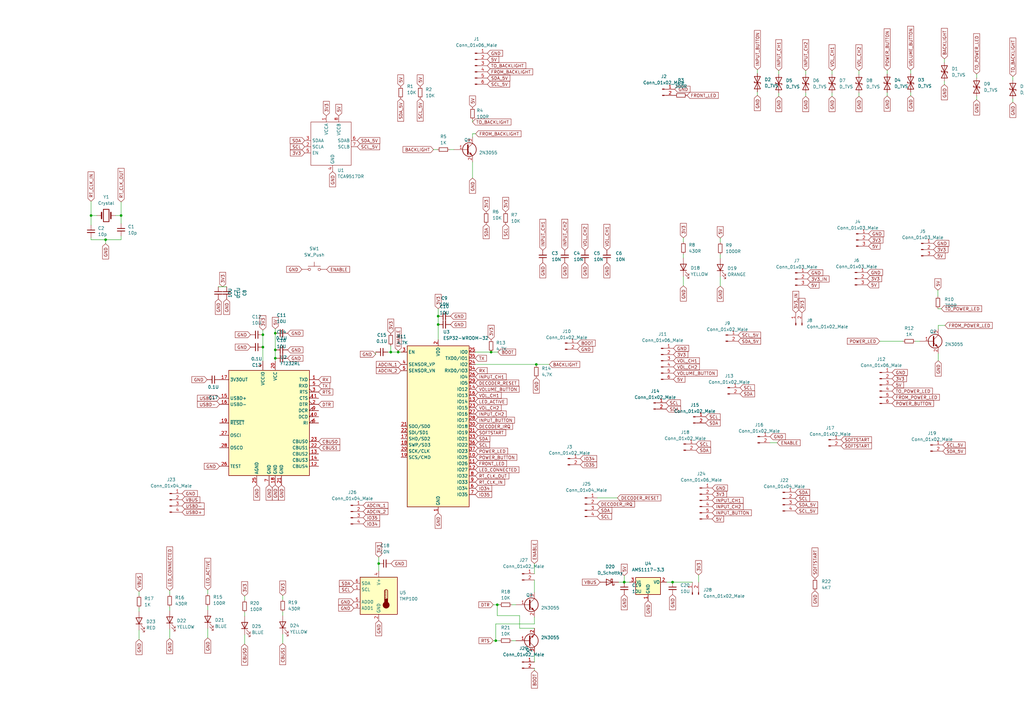
<source format=kicad_sch>
(kicad_sch (version 20230121) (generator eeschema)
  (paper "A3")
  (junction (at 203.327 262.763))
  (junction (at 201.422 144.399))
  (junction (at 179.705 129.667))
  (junction (at 112.903 146.939))
  (junction (at 107.823 137.287))
  (junction (at 160.274 144.399))
  (junction (at 155.321 231.14))
  (junction (at 163.322 144.399))
  (junction (at 219.964 149.479))
  (junction (at 179.705 133.096))
  (junction (at 43.307 98.298))
  (junction (at 49.657 88.392))
  (junction (at 107.823 142.367))
  (junction (at 112.903 143.51))
  (junction (at 112.903 136.652))
  (junction (at 275.844 238.76))
  (junction (at 256.032 238.76))
  (junction (at 203.962 248.031))
  (junction (at 37.338 88.392))
  (wire (pts (xy 256.032 236.093) (xy 256.032 238.76)))
  (wire (pts (xy 115.951 263.906) (xy 115.951 260.096)))
  (wire (pts (xy 428.244 41.783) (xy 428.244 40.386)))
  (wire (pts (xy 441.325 65.786) (xy 441.325 67.31)))
  (wire (pts (xy 213.106 257.683) (xy 213.106 252.476)))
  (wire (pts (xy 160.274 144.399) (xy 163.322 144.399)))
  (wire (pts (xy 352.298 28.956) (xy 352.298 30.48)))
  (wire (pts (xy 275.844 238.76) (xy 283.972 238.76)))
  (wire (pts (xy 179.705 126.619) (xy 179.705 129.667)))
  (wire (pts (xy 341.249 39.497) (xy 341.249 38.1)))
  (wire (pts (xy 155.321 228.473) (xy 155.321 231.14)))
  (wire (pts (xy 400.558 30.353) (xy 400.558 31.877)))
  (wire (pts (xy 37.338 97.409) (xy 37.338 98.298)))
  (wire (pts (xy 49.657 96.774) (xy 49.657 98.298)))
  (wire (pts (xy 450.85 31.75) (xy 450.85 33.274)))
  (wire (pts (xy 100.33 246.126) (xy 100.33 244.475)))
  (wire (pts (xy 112.903 136.652) (xy 112.903 143.51)))
  (wire (pts (xy 193.802 50.038) (xy 193.802 49.149)))
  (wire (pts (xy 387.35 34.671) (xy 387.35 33.274)))
  (wire (pts (xy 384.81 145.034) (xy 384.81 147.955)))
  (wire (pts (xy 37.338 88.392) (xy 39.751 88.392)))
  (wire (pts (xy 384.683 118.999) (xy 384.683 121.539)))
  (wire (pts (xy 92.964 117.602) (xy 89.535 117.602)))
  (wire (pts (xy 219.202 231.14) (xy 219.202 235.331)))
  (wire (pts (xy 107.823 137.287) (xy 107.823 142.367)))
  (wire (pts (xy 219.964 149.86) (xy 219.964 149.479)))
  (wire (pts (xy 115.951 252.476) (xy 115.951 250.952)))
  (wire (pts (xy 225.298 149.479) (xy 219.964 149.479)))
  (wire (pts (xy 193.802 66.421) (xy 193.802 73.025)))
  (wire (pts (xy 85.217 261.62) (xy 85.217 257.81)))
  (wire (pts (xy 387.35 24.13) (xy 387.35 25.654)))
  (wire (pts (xy 100.33 264.16) (xy 100.33 260.35)))
  (wire (pts (xy 280.289 99.187) (xy 280.289 97.536)))
  (wire (pts (xy 100.33 252.73) (xy 100.33 251.206)))
  (wire (pts (xy 203.327 255.905) (xy 219.202 255.905)))
  (wire (pts (xy 219.202 237.871) (xy 219.202 242.951)))
  (wire (pts (xy 43.307 99.949) (xy 43.307 98.298)))
  (wire (pts (xy 155.321 231.14) (xy 155.321 234.188)))
  (wire (pts (xy 69.596 250.444) (xy 69.596 248.92)))
  (wire (pts (xy 384.81 133.477) (xy 384.81 134.874)))
  (wire (pts (xy 203.962 248.031) (xy 204.851 248.031)))
  (wire (pts (xy 209.931 248.031) (xy 211.582 248.031)))
  (wire (pts (xy 258.191 238.76) (xy 256.032 238.76)))
  (wire (pts (xy 43.307 98.298) (xy 37.338 98.298)))
  (wire (pts (xy 49.657 91.694) (xy 49.657 88.392)))
  (wire (pts (xy 107.823 135.382) (xy 107.823 137.287)))
  (wire (pts (xy 193.802 56.261) (xy 193.802 54.864)))
  (wire (pts (xy 85.217 243.586) (xy 85.217 241.935)))
  (wire (pts (xy 373.507 39.243) (xy 373.507 37.846)))
  (wire (pts (xy 203.962 248.031) (xy 203.962 252.476)))
  (wire (pts (xy 159.131 144.399) (xy 160.274 144.399)))
  (wire (pts (xy 37.338 88.392) (xy 37.338 82.55)))
  (wire (pts (xy 465.963 76.581) (xy 465.963 75.184)))
  (wire (pts (xy 415.417 31.369) (xy 415.417 32.893)))
  (wire (pts (xy 115.951 245.872) (xy 115.951 244.221)))
  (wire (pts (xy 286.512 235.839) (xy 286.512 238.76)))
  (wire (pts (xy 352.298 39.497) (xy 352.298 38.1)))
  (wire (pts (xy 112.903 143.51) (xy 112.903 146.939)))
  (wire (pts (xy 219.964 149.479) (xy 194.945 149.479)))
  (wire (pts (xy 179.705 133.096) (xy 179.705 139.319)))
  (wire (pts (xy 373.507 28.702) (xy 373.507 30.226)))
  (wire (pts (xy 330.454 39.497) (xy 330.454 38.1)))
  (wire (pts (xy 69.596 243.84) (xy 69.596 242.189)))
  (wire (pts (xy 275.844 238.76) (xy 273.431 238.76)))
  (wire (pts (xy 219.202 253.111) (xy 219.202 255.905)))
  (wire (pts (xy 160.274 141.859) (xy 160.274 144.399)))
  (wire (pts (xy 203.327 262.763) (xy 204.851 262.763)))
  (wire (pts (xy 85.217 250.19) (xy 85.217 248.666)))
  (wire (pts (xy 219.202 271.526) (xy 219.202 267.843)))
  (wire (pts (xy 49.657 88.392) (xy 49.657 82.804)))
  (wire (pts (xy 193.802 54.864) (xy 195.072 54.864)))
  (wire (pts (xy 319.405 28.956) (xy 319.405 30.48)))
  (wire (pts (xy 57.023 262.255) (xy 57.023 258.445)))
  (wire (pts (xy 202.311 262.763) (xy 203.327 262.763)))
  (wire (pts (xy 428.244 31.242) (xy 428.244 32.766)))
  (wire (pts (xy 315.849 181.61) (xy 318.77 181.61)))
  (wire (pts (xy 154.051 145.288) (xy 154.051 144.399)))
  (wire (pts (xy 112.903 146.939) (xy 112.903 148.082)))
  (wire (pts (xy 330.454 28.956) (xy 330.454 30.48)))
  (wire (pts (xy 295.402 105.918) (xy 295.402 104.394)))
  (wire (pts (xy 256.032 238.76) (xy 253.746 238.76)))
  (wire (pts (xy 363.855 28.829) (xy 363.855 30.353)))
  (wire (pts (xy 439.674 31.496) (xy 439.674 33.02)))
  (wire (pts (xy 203.327 255.905) (xy 203.327 262.763)))
  (wire (pts (xy 465.963 66.04) (xy 465.963 67.564)))
  (wire (pts (xy 280.289 105.791) (xy 280.289 104.267)))
  (wire (pts (xy 295.402 117.348) (xy 295.402 113.538)))
  (wire (pts (xy 201.422 144.399) (xy 194.945 144.399)))
  (wire (pts (xy 177.8 61.341) (xy 179.324 61.341)))
  (wire (pts (xy 384.81 133.477) (xy 387.604 133.477)))
  (wire (pts (xy 441.325 76.327) (xy 441.325 74.93)))
  (wire (pts (xy 375.412 139.954) (xy 377.19 139.954)))
  (wire (pts (xy 280.289 117.221) (xy 280.289 113.411)))
  (wire (pts (xy 57.023 244.221) (xy 57.023 242.57)))
  (wire (pts (xy 310.642 39.116) (xy 310.642 37.719)))
  (wire (pts (xy 202.311 248.031) (xy 203.962 248.031)))
  (wire (pts (xy 450.85 42.291) (xy 450.85 40.894)))
  (wire (pts (xy 107.823 142.367) (xy 107.823 148.082)))
  (wire (pts (xy 69.596 261.874) (xy 69.596 258.064)))
  (wire (pts (xy 386.08 126.619) (xy 384.683 126.619)))
  (wire (pts (xy 452.501 66.04) (xy 452.501 67.564)))
  (wire (pts (xy 179.705 129.667) (xy 179.705 133.096)))
  (wire (pts (xy 400.558 40.894) (xy 400.558 39.497)))
  (wire (pts (xy 310.642 28.575) (xy 310.642 30.099)))
  (wire (pts (xy 415.417 41.91) (xy 415.417 40.513)))
  (wire (pts (xy 112.903 134.874) (xy 112.903 136.652)))
  (wire (pts (xy 219.202 274.955) (xy 219.202 274.066)))
  (wire (pts (xy 319.405 39.497) (xy 319.405 38.1)))
  (wire (pts (xy 477.139 66.294) (xy 477.139 67.818)))
  (wire (pts (xy 244.983 204.216) (xy 253.238 204.216)))
  (wire (pts (xy 295.402 99.314) (xy 295.402 97.663)))
  (wire (pts (xy 204.216 144.399) (xy 201.422 144.399)))
  (wire (pts (xy 477.139 76.835) (xy 477.139 75.438)))
  (wire (pts (xy 203.962 252.476) (xy 213.106 252.476)))
  (wire (pts (xy 184.404 61.341) (xy 186.182 61.341)))
  (wire (pts (xy 163.322 143.891) (xy 163.322 144.399)))
  (wire (pts (xy 49.657 98.298) (xy 43.307 98.298)))
  (wire (pts (xy 341.249 28.956) (xy 341.249 30.48)))
  (wire (pts (xy 363.855 39.37) (xy 363.855 37.973)))
  (wire (pts (xy 439.674 42.037) (xy 439.674 40.64)))
  (wire (pts (xy 57.023 250.825) (xy 57.023 249.301)))
  (wire (pts (xy 47.371 88.392) (xy 49.657 88.392)))
  (wire (pts (xy 452.501 76.581) (xy 452.501 75.184)))
  (wire (pts (xy 163.322 144.399) (xy 164.465 144.399)))
  (wire (pts (xy 219.202 257.683) (xy 213.106 257.683)))
  (wire (pts (xy 360.807 139.954) (xy 370.332 139.954)))
  (wire (pts (xy 209.931 262.763) (xy 211.582 262.763)))
  (wire (pts (xy 37.338 92.329) (xy 37.338 88.392)))
  (global_label "VOL_CH1" (shape input) (at 248.92 102.616 90) (property "Intersheetrefs" "${INTERSHEET_REFS}" (effects hide)))
  (global_label "INPUT_CH1" (shape input) (at 319.405 28.956 90) (property "Intersheetrefs" "${INTERSHEET_REFS}" (effects hide)))
  (global_label "GND" (shape input) (at 69.596 261.874 270) (property "Intersheetrefs" "${INTERSHEET_REFS}" (effects hide)))
  (global_label "TO_BACKLIGHT" (shape input) (at 199.898 26.924 0) (property "Intersheetrefs" "${INTERSHEET_REFS}" (effects hide)))
  (global_label "GND" (shape input) (at 105.283 198.882 270) (property "Intersheetrefs" "${INTERSHEET_REFS}" (effects hide)))
  (global_label "3V3" (shape input) (at 133.858 47.498 90) (property "Intersheetrefs" "${INTERSHEET_REFS}" (effects hide)))
  (global_label "SDA" (shape input) (at 244.983 209.296 0) (property "Intersheetrefs" "${INTERSHEET_REFS}" (effects hide)))
  (global_label "INPUT_CH1" (shape input) (at 194.945 154.559 0) (property "Intersheetrefs" "${INTERSHEET_REFS}" (effects hide)))
  (global_label "GND" (shape input) (at 334.264 242.316 270) (property "Intersheetrefs" "${INTERSHEET_REFS}" (effects hide)))
  (global_label "SDA_5V" (shape input) (at 146.558 57.658 0) (property "Intersheetrefs" "${INTERSHEET_REFS}" (effects hide)))
  (global_label "5V" (shape input) (at 164.338 35.433 90) (property "Intersheetrefs" "${INTERSHEET_REFS}" (effects hide)))
  (global_label "3V3" (shape input) (at 276.225 145.415 0) (property "Intersheetrefs" "${INTERSHEET_REFS}" (effects hide)))
  (global_label "USBD+" (shape input) (at 441.325 65.786 90) (property "Intersheetrefs" "${INTERSHEET_REFS}" (effects hide)))
  (global_label "GND" (shape input) (at 236.855 143.256 0) (property "Intersheetrefs" "${INTERSHEET_REFS}" (effects hide)))
  (global_label "SOFTSTART" (shape input) (at 194.945 177.419 0) (property "Intersheetrefs" "${INTERSHEET_REFS}" (effects hide)))
  (global_label "USBD+" (shape input) (at 74.676 210.058 0) (property "Intersheetrefs" "${INTERSHEET_REFS}" (effects hide)))
  (global_label "VOL_CH1" (shape input) (at 194.945 162.179 0) (property "Intersheetrefs" "${INTERSHEET_REFS}" (effects hide)))
  (global_label "5V" (shape input) (at 172.339 35.433 90) (property "Intersheetrefs" "${INTERSHEET_REFS}" (effects hide)))
  (global_label "DTR" (shape input) (at 202.311 248.031 180) (property "Intersheetrefs" "${INTERSHEET_REFS}" (effects hide)))
  (global_label "5V" (shape input) (at 365.887 157.861 0) (property "Intersheetrefs" "${INTERSHEET_REFS}" (effects hide)))
  (global_label "INPUT_BUTTON" (shape input) (at 310.642 28.575 90) (property "Intersheetrefs" "${INTERSHEET_REFS}" (effects hide)))
  (global_label "DECODER_IRQ" (shape input) (at 194.945 174.879 0) (property "Intersheetrefs" "${INTERSHEET_REFS}" (effects hide)))
  (global_label "CBUS1" (shape input) (at 130.683 183.642 0) (property "Intersheetrefs" "${INTERSHEET_REFS}" (effects hide)))
  (global_label "SDA" (shape input) (at 303.53 161.544 0) (property "Intersheetrefs" "${INTERSHEET_REFS}" (effects hide)))
  (global_label "3V3" (shape input) (at 365.887 155.321 0) (property "Intersheetrefs" "${INTERSHEET_REFS}" (effects hide)))
  (global_label "RX" (shape input) (at 130.683 155.702 0) (property "Intersheetrefs" "${INTERSHEET_REFS}" (effects hide)))
  (global_label "ADCIN_1" (shape input) (at 148.971 207.264 0) (property "Intersheetrefs" "${INTERSHEET_REFS}" (effects hide)))
  (global_label "3V3" (shape input) (at 107.823 135.382 90) (property "Intersheetrefs" "${INTERSHEET_REFS}" (effects hide)))
  (global_label "GND" (shape input) (at 373.507 39.243 270) (property "Intersheetrefs" "${INTERSHEET_REFS}" (effects hide)))
  (global_label "BOOT" (shape input) (at 204.216 144.399 0) (property "Intersheetrefs" "${INTERSHEET_REFS}" (effects hide)))
  (global_label "IO35" (shape input) (at 148.971 212.344 0) (property "Intersheetrefs" "${INTERSHEET_REFS}" (effects hide)))
  (global_label "RT_CLK_IN" (shape input) (at 194.945 197.739 0) (property "Intersheetrefs" "${INTERSHEET_REFS}" (effects hide)))
  (global_label "3V3" (shape input) (at 124.968 62.738 180) (property "Intersheetrefs" "${INTERSHEET_REFS}" (effects hide)))
  (global_label "RX" (shape input) (at 194.945 152.019 0) (property "Intersheetrefs" "${INTERSHEET_REFS}" (effects hide)))
  (global_label "SCL" (shape input) (at 326.136 204.47 0) (property "Intersheetrefs" "${INTERSHEET_REFS}" (effects hide)))
  (global_label "5V" (shape input) (at 292.1 212.852 0) (property "Intersheetrefs" "${INTERSHEET_REFS}" (effects hide)))
  (global_label "GND" (shape input) (at 117.983 136.652 0) (property "Intersheetrefs" "${INTERSHEET_REFS}" (effects hide)))
  (global_label "GND" (shape input) (at 276.225 142.875 0) (property "Intersheetrefs" "${INTERSHEET_REFS}" (effects hide)))
  (global_label "SDA" (shape input) (at 199.39 91.948 270) (property "Intersheetrefs" "${INTERSHEET_REFS}" (effects hide)))
  (global_label "GND" (shape input) (at 57.023 262.255 270) (property "Intersheetrefs" "${INTERSHEET_REFS}" (effects hide)))
  (global_label "VBUS" (shape input) (at 74.676 204.978 0) (property "Intersheetrefs" "${INTERSHEET_REFS}" (effects hide)))
  (global_label "3V3" (shape input) (at 91.313 117.602 90) (property "Intersheetrefs" "${INTERSHEET_REFS}" (effects hide)))
  (global_label "3V3_IN" (shape input) (at 326.39 128.27 90) (property "Intersheetrefs" "${INTERSHEET_REFS}" (effects hide)))
  (global_label "5V" (shape input) (at 439.674 31.496 90) (property "Intersheetrefs" "${INTERSHEET_REFS}" (effects hide)))
  (global_label "GND" (shape input) (at 275.844 243.84 270) (property "Intersheetrefs" "${INTERSHEET_REFS}" (effects hide)))
  (global_label "RTS" (shape input) (at 202.311 262.763 180) (property "Intersheetrefs" "${INTERSHEET_REFS}" (effects hide)))
  (global_label "BOOT" (shape input) (at 236.855 140.716 0) (property "Intersheetrefs" "${INTERSHEET_REFS}" (effects hide)))
  (global_label "SDA_5V" (shape input) (at 465.963 66.04 90) (property "Intersheetrefs" "${INTERSHEET_REFS}" (effects hide)))
  (global_label "GND" (shape input) (at 199.898 21.844 0) (property "Intersheetrefs" "${INTERSHEET_REFS}" (effects hide)))
  (global_label "VOL_CH1" (shape input) (at 341.249 28.956 90) (property "Intersheetrefs" "${INTERSHEET_REFS}" (effects hide)))
  (global_label "GND" (shape input) (at 90.043 191.262 180) (property "Intersheetrefs" "${INTERSHEET_REFS}" (effects hide)))
  (global_label "INPUT_CH2" (shape input) (at 231.648 102.616 90) (property "Intersheetrefs" "${INTERSHEET_REFS}" (effects hide)))
  (global_label "INPUT_CH1" (shape input) (at 292.1 205.232 0) (property "Intersheetrefs" "${INTERSHEET_REFS}" (effects hide)))
  (global_label "5V" (shape input) (at 256.032 236.093 90) (property "Intersheetrefs" "${INTERSHEET_REFS}" (effects hide)))
  (global_label "5V" (shape input) (at 199.898 24.384 0) (property "Intersheetrefs" "${INTERSHEET_REFS}" (effects hide)))
  (global_label "INPUT_CH2" (shape input) (at 330.454 28.956 90) (property "Intersheetrefs" "${INTERSHEET_REFS}" (effects hide)))
  (global_label "3V3" (shape input) (at 356.235 98.425 0) (property "Intersheetrefs" "${INTERSHEET_REFS}" (effects hide)))
  (global_label "GND" (shape input) (at 222.631 107.696 270) (property "Intersheetrefs" "${INTERSHEET_REFS}" (effects hide)))
  (global_label "GND" (shape input) (at 89.535 122.682 270) (property "Intersheetrefs" "${INTERSHEET_REFS}" (effects hide)))
  (global_label "RT_CLK_OUT" (shape input) (at 194.945 195.199 0) (property "Intersheetrefs" "${INTERSHEET_REFS}" (effects hide)))
  (global_label "ENABLE" (shape input) (at 219.202 231.14 90) (property "Intersheetrefs" "${INTERSHEET_REFS}" (effects hide)))
  (global_label "LED_CONNECTED" (shape input) (at 69.596 242.189 90) (property "Intersheetrefs" "${INTERSHEET_REFS}" (effects hide)))
  (global_label "TO_BACKLIGHT" (shape input) (at 193.802 50.038 0) (property "Intersheetrefs" "${INTERSHEET_REFS}" (effects hide)))
  (global_label "SCL" (shape input) (at 289.433 170.942 0) (property "Intersheetrefs" "${INTERSHEET_REFS}" (effects hide)))
  (global_label "5V" (shape input) (at 331.216 116.967 0) (property "Intersheetrefs" "${INTERSHEET_REFS}" (effects hide)))
  (global_label "5V" (shape input) (at 112.903 134.874 90) (property "Intersheetrefs" "${INTERSHEET_REFS}" (effects hide)))
  (global_label "RTS" (shape input) (at 130.683 160.782 0) (property "Intersheetrefs" "${INTERSHEET_REFS}" (effects hide)))
  (global_label "3V3" (shape input) (at 179.705 126.619 90) (property "Intersheetrefs" "${INTERSHEET_REFS}" (effects hide)))
  (global_label "DECODER_IRQ" (shape input) (at 244.983 206.756 0) (property "Intersheetrefs" "${INTERSHEET_REFS}" (effects hide)))
  (global_label "3V3" (shape input) (at 115.951 244.221 90) (property "Intersheetrefs" "${INTERSHEET_REFS}" (effects hide)))
  (global_label "GND" (shape input) (at 365.887 152.781 0) (property "Intersheetrefs" "${INTERSHEET_REFS}" (effects hide)))
  (global_label "GND" (shape input) (at 154.051 145.288 180) (property "Intersheetrefs" "${INTERSHEET_REFS}" (effects hide)))
  (global_label "GND" (shape input) (at 319.405 39.497 270) (property "Intersheetrefs" "${INTERSHEET_REFS}" (effects hide)))
  (global_label "3V3" (shape input) (at 286.512 235.839 90) (property "Intersheetrefs" "${INTERSHEET_REFS}" (effects hide)))
  (global_label "TX" (shape input) (at 130.683 158.242 0) (property "Intersheetrefs" "${INTERSHEET_REFS}" (effects hide)))
  (global_label "SDA_5V" (shape input) (at 302.768 139.954 0) (property "Intersheetrefs" "${INTERSHEET_REFS}" (effects hide)))
  (global_label "DECODER_RESET" (shape input) (at 194.945 157.099 0) (property "Intersheetrefs" "${INTERSHEET_REFS}" (effects hide)))
  (global_label "SDA_5V" (shape input) (at 164.338 40.513 270) (property "Intersheetrefs" "${INTERSHEET_REFS}" (effects hide)))
  (global_label "CBUS1" (shape input) (at 115.951 263.906 270) (property "Intersheetrefs" "${INTERSHEET_REFS}" (effects hide)))
  (global_label "GND" (shape input) (at 184.785 133.096 0) (property "Intersheetrefs" "${INTERSHEET_REFS}" (effects hide)))
  (global_label "GND" (shape input) (at 74.676 202.438 0) (property "Intersheetrefs" "${INTERSHEET_REFS}" (effects hide)))
  (global_label "RT_CLK_IN" (shape input) (at 37.338 82.55 90) (property "Intersheetrefs" "${INTERSHEET_REFS}" (effects hide)))
  (global_label "FROM_POWER_LED" (shape input) (at 365.887 162.941 0) (property "Intersheetrefs" "${INTERSHEET_REFS}" (effects hide)))
  (global_label "ADCIN_2" (shape input) (at 148.971 209.804 0) (property "Intersheetrefs" "${INTERSHEET_REFS}" (effects hide)))
  (global_label "SCL" (shape input) (at 303.53 159.004 0) (property "Intersheetrefs" "${INTERSHEET_REFS}" (effects hide)))
  (global_label "TO_POWER_LED" (shape input) (at 400.558 30.353 90) (property "Intersheetrefs" "${INTERSHEET_REFS}" (effects hide)))
  (global_label "SCL" (shape input) (at 124.968 60.198 180) (property "Intersheetrefs" "${INTERSHEET_REFS}" (effects hide)))
  (global_label "IO34" (shape input) (at 148.971 214.884 0) (property "Intersheetrefs" "${INTERSHEET_REFS}" (effects hide)))
  (global_label "GND" (shape input) (at 110.363 198.882 270) (property "Intersheetrefs" "${INTERSHEET_REFS}" (effects hide)))
  (global_label "SOFTSTART" (shape input) (at 344.932 180.34 0) (property "Intersheetrefs" "${INTERSHEET_REFS}" (effects hide)))
  (global_label "IO35" (shape input) (at 237.998 190.627 0) (property "Intersheetrefs" "${INTERSHEET_REFS}" (effects hide)))
  (global_label "FRONT_LED" (shape input) (at 194.945 190.119 0) (property "Intersheetrefs" "${INTERSHEET_REFS}" (effects hide)))
  (global_label "3V3" (shape input) (at 450.85 31.75 90) (property "Intersheetrefs" "${INTERSHEET_REFS}" (effects hide)))
  (global_label "FRONT_LED" (shape input) (at 281.813 39.116 0) (property "Intersheetrefs" "${INTERSHEET_REFS}" (effects hide)))
  (global_label "VOLUME_BUTTON" (shape input) (at 276.225 153.035 0) (property "Intersheetrefs" "${INTERSHEET_REFS}" (effects hide)))
  (global_label "TO_POWER_LED" (shape input) (at 365.887 160.401 0) (property "Intersheetrefs" "${INTERSHEET_REFS}" (effects hide)))
  (global_label "SCL_5V" (shape input) (at 146.558 60.198 0) (property "Intersheetrefs" "${INTERSHEET_REFS}" (effects hide)))
  (global_label "ADCIN_1" (shape input) (at 164.465 149.479 180) (property "Intersheetrefs" "${INTERSHEET_REFS}" (effects hide)))
  (global_label "GND" (shape input) (at 43.307 99.949 270) (property "Intersheetrefs" "${INTERSHEET_REFS}" (effects hide)))
  (global_label "GND" (shape input) (at 184.785 129.667 0) (property "Intersheetrefs" "${INTERSHEET_REFS}" (effects hide)))
  (global_label "VOL_CH2" (shape input) (at 276.225 150.495 0) (property "Intersheetrefs" "${INTERSHEET_REFS}" (effects hide)))
  (global_label "POWER_BUTTON" (shape input) (at 365.887 165.481 0) (property "Intersheetrefs" "${INTERSHEET_REFS}" (effects hide)))
  (global_label "GND" (shape input) (at 292.1 200.152 0) (property "Intersheetrefs" "${INTERSHEET_REFS}" (effects hide)))
  (global_label "INPUT_CH2" (shape input) (at 292.1 207.772 0) (property "Intersheetrefs" "${INTERSHEET_REFS}" (effects hide)))
  (global_label "GND" (shape input) (at 112.903 198.882 270) (property "Intersheetrefs" "${INTERSHEET_REFS}" (effects hide)))
  (global_label "GND" (shape input) (at 382.905 99.822 0) (property "Intersheetrefs" "${INTERSHEET_REFS}" (effects hide)))
  (global_label "5V" (shape input) (at 355.727 116.84 0) (property "Intersheetrefs" "${INTERSHEET_REFS}" (effects hide)))
  (global_label "GND" (shape input) (at 363.855 39.37 270) (property "Intersheetrefs" "${INTERSHEET_REFS}" (effects hide)))
  (global_label "SDA" (shape input) (at 194.945 179.959 0) (property "Intersheetrefs" "${INTERSHEET_REFS}" (effects hide)))
  (global_label "GND" (shape input) (at 280.289 117.221 270) (property "Intersheetrefs" "${INTERSHEET_REFS}" (effects hide)))
  (global_label "SCL" (shape input) (at 285.496 182.118 0) (property "Intersheetrefs" "${INTERSHEET_REFS}" (effects hide)))
  (global_label "SDA" (shape input) (at 285.496 184.658 0) (property "Intersheetrefs" "${INTERSHEET_REFS}" (effects hide)))
  (global_label "SCL" (shape input) (at 244.983 211.836 0) (property "Intersheetrefs" "${INTERSHEET_REFS}" (effects hide)))
  (global_label "SCL_5V" (shape input) (at 326.136 209.55 0) (property "Intersheetrefs" "${INTERSHEET_REFS}" (effects hide)))
  (global_label "VBUS" (shape input) (at 57.023 242.57 90) (property "Intersheetrefs" "${INTERSHEET_REFS}" (effects hide)))
  (global_label "GND" (shape input) (at 256.032 243.84 270) (property "Intersheetrefs" "${INTERSHEET_REFS}" (effects hide)))
  (global_label "SOFTSTART" (shape input) (at 344.932 182.88 0) (property "Intersheetrefs" "${INTERSHEET_REFS}" (effects hide)))
  (global_label "SDA" (shape input) (at 124.968 57.658 180) (property "Intersheetrefs" "${INTERSHEET_REFS}" (effects hide)))
  (global_label "FROM_POWER_LED" (shape input) (at 387.604 133.477 0) (property "Intersheetrefs" "${INTERSHEET_REFS}" (effects hide)))
  (global_label "5V" (shape input) (at 193.802 44.069 90) (property "Intersheetrefs" "${INTERSHEET_REFS}" (effects hide)))
  (global_label "GND" (shape input) (at 145.161 246.888 180) (property "Intersheetrefs" "${INTERSHEET_REFS}" (effects hide)))
  (global_label "GND" (shape input) (at 415.417 41.91 270) (property "Intersheetrefs" "${INTERSHEET_REFS}" (effects hide)))
  (global_label "BACKLIGHT" (shape input) (at 225.298 149.479 0) (property "Intersheetrefs" "${INTERSHEET_REFS}" (effects hide)))
  (global_label "GND" (shape input) (at 450.85 42.291 270) (property "Intersheetrefs" "${INTERSHEET_REFS}" (effects hide)))
  (global_label "POWER_BUTTON" (shape input) (at 363.855 28.829 90) (property "Intersheetrefs" "${INTERSHEET_REFS}" (effects hide)))
  (global_label "GND" (shape input) (at 145.161 249.428 180) (property "Intersheetrefs" "${INTERSHEET_REFS}" (effects hide)))
  (global_label "VBUS" (shape input) (at 246.126 238.76 180) (property "Intersheetrefs" "${INTERSHEET_REFS}" (effects hide)))
  (global_label "RT_CLK_OUT" (shape input) (at 49.657 82.804 90) (property "Intersheetrefs" "${INTERSHEET_REFS}" (effects hide)))
  (global_label "3V3" (shape input) (at 382.905 102.362 0) (property "Intersheetrefs" "${INTERSHEET_REFS}" (effects hide)))
  (global_label "GND" (shape input) (at 387.35 34.671 270) (property "Intersheetrefs" "${INTERSHEET_REFS}" (effects hide)))
  (global_label "GND" (shape input) (at 331.216 111.887 0) (property "Intersheetrefs" "${INTERSHEET_REFS}" (effects hide)))
  (global_label "TO_BACKLIGHT" (shape input) (at 415.417 31.369 90) (property "Intersheetrefs" "${INTERSHEET_REFS}" (effects hide)))
  (global_label "SCL_5V" (shape input) (at 172.339 40.513 270) (property "Intersheetrefs" "${INTERSHEET_REFS}" (effects hide)))
  (global_label "VOL_CH2" (shape input) (at 239.903 102.616 90) (property "Intersheetrefs" "${INTERSHEET_REFS}" (effects hide)))
  (global_label "SCL" (shape input) (at 207.391 91.948 270) (property "Intersheetrefs" "${INTERSHEET_REFS}" (effects hide)))
  (global_label "TO_POWER_LED" (shape input) (at 386.08 126.619 0) (property "Intersheetrefs" "${INTERSHEET_REFS}" (effects hide)))
  (global_label "GND" (shape input) (at 452.501 76.581 270) (property "Intersheetrefs" "${INTERSHEET_REFS}" (effects hide)))
  (global_label "GND" (shape input) (at 117.983 143.51 0) (property "Intersheetrefs" "${INTERSHEET_REFS}" (effects hide)))
  (global_label "GND" (shape input) (at 330.454 39.497 270) (property "Intersheetrefs" "${INTERSHEET_REFS}" (effects hide)))
  (global_label "LED_CONNECTED" (shape input) (at 194.945 192.659 0) (property "Intersheetrefs" "${INTERSHEET_REFS}" (effects hide)))
  (global_label "GND" (shape input) (at 465.963 76.581 270) (property "Intersheetrefs" "${INTERSHEET_REFS}" (effects hide)))
  (global_label "GND" (shape input) (at 92.964 122.682 270) (property "Intersheetrefs" "${INTERSHEET_REFS}" (effects hide)))
  (global_label "SOFTSTART" (shape input) (at 334.264 237.236 90) (property "Intersheetrefs" "${INTERSHEET_REFS}" (effects hide)))
  (global_label "FRONT_LED" (shape input) (at 428.244 31.242 90) (property "Intersheetrefs" "${INTERSHEET_REFS}" (effects hide)))
  (global_label "5V" (shape input) (at 382.905 104.902 0) (property "Intersheetrefs" "${INTERSHEET_REFS}" (effects hide)))
  (global_label "3V3" (shape input) (at 201.422 139.319 90) (property "Intersheetrefs" "${INTERSHEET_REFS}" (effects hide)))
  (global_label "GND" (shape input) (at 219.964 154.94 270) (property "Intersheetrefs" "${INTERSHEET_REFS}" (effects hide)))
  (global_label "GND" (shape input) (at 102.743 137.287 180) (property "Intersheetrefs" "${INTERSHEET_REFS}" (effects hide)))
  (global_label "SDA" (shape input) (at 326.136 201.93 0) (property "Intersheetrefs" "${INTERSHEET_REFS}" (effects hide)))
  (global_label "3V3" (shape input) (at 100.33 244.475 90) (property "Intersheetrefs" "${INTERSHEET_REFS}" (effects hide)))
  (global_label "INPUT_BUTTON" (shape input) (at 292.1 210.312 0) (property "Intersheetrefs" "${INTERSHEET_REFS}" (effects hide)))
  (global_label "LED_ACTIVE" (shape input) (at 85.217 241.935 90) (property "Intersheetrefs" "${INTERSHEET_REFS}" (effects hide)))
  (global_label "LED_ACTIVE" (shape input) (at 194.945 164.719 0) (property "Intersheetrefs" "${INTERSHEET_REFS}" (effects hide)))
  (global_label "DECODER_RESET" (shape input) (at 253.238 204.216 0) (property "Intersheetrefs" "${INTERSHEET_REFS}" (effects hide)))
  (global_label "GND" (shape input) (at 400.558 40.894 270) (property "Intersheetrefs" "${INTERSHEET_REFS}" (effects hide)))
  (global_label "3V3" (shape input) (at 207.391 86.868 90) (property "Intersheetrefs" "${INTERSHEET_REFS}" (effects hide)))
  (global_label "GND" (shape input) (at 85.217 261.62 270) (property "Intersheetrefs" "${INTERSHEET_REFS}" (effects hide)))
  (global_label "GND" (shape input) (at 117.983 146.939 0) (property "Intersheetrefs" "${INTERSHEET_REFS}" (effects hide)))
  (global_label "3V3_IN" (shape input) (at 331.216 114.427 0) (property "Intersheetrefs" "${INTERSHEET_REFS}" (effects hide)))
  (global_label "IO34" (shape input) (at 237.998 188.087 0) (property "Intersheetrefs" "${INTERSHEET_REFS}" (effects hide)))
  (global_label "BACKLIGHT" (shape input) (at 177.8 61.341 180) (property "Intersheetrefs" "${INTERSHEET_REFS}" (effects hide)))
  (global_label "BOOT" (shape input) (at 219.202 274.955 270) (property "Intersheetrefs" "${INTERSHEET_REFS}" (effects hide)))
  (global_label "TX" (shape input) (at 194.945 146.939 0) (property "Intersheetrefs" "${INTERSHEET_REFS}" (effects hide)))
  (global_label "SCL" (shape input) (at 273.177 165.227 0) (property "Intersheetrefs" "${INTERSHEET_REFS}" (effects hide)))
  (global_label "GND" (shape input) (at 160.401 231.14 0) (property "Intersheetrefs" "${INTERSHEET_REFS}" (effects hide)))
  (global_label "VOL_CH2" (shape input) (at 352.298 28.956 90) (property "Intersheetrefs" "${INTERSHEET_REFS}" (effects hide)))
  (global_label "GND" (shape input) (at 248.92 107.696 270) (property "Intersheetrefs" "${INTERSHEET_REFS}" (effects hide)))
  (global_label "GND" (shape input) (at 341.249 39.497 270) (property "Intersheetrefs" "${INTERSHEET_REFS}" (effects hide)))
  (global_label "GND" (shape input) (at 84.963 155.702 180) (property "Intersheetrefs" "${INTERSHEET_REFS}" (effects hide)))
  (global_label "ENABLE" (shape input) (at 163.322 143.891 90) (property "Intersheetrefs" "${INTERSHEET_REFS}" (effects hide)))
  (global_label "3V3" (shape input) (at 155.321 228.473 90) (property "Intersheetrefs" "${INTERSHEET_REFS}" (effects hide)))
  (global_label "SDA" (shape input) (at 289.433 173.482 0) (property "Intersheetrefs" "${INTERSHEET_REFS}" (effects hide)))
  (global_label "GND" (shape input) (at 155.321 254.508 270) (property "Intersheetrefs" "${INTERSHEET_REFS}" (effects hide)))
  (global_label "SCL_5V" (shape input) (at 199.898 34.544 0) (property "Intersheetrefs" "${INTERSHEET_REFS}" (effects hide)))
  (global_label "GND" (shape input) (at 355.727 111.76 0) (property "Intersheetrefs" "${INTERSHEET_REFS}" (effects hide)))
  (global_label "CBUS0" (shape input) (at 130.683 181.102 0) (property "Intersheetrefs" "${INTERSHEET_REFS}" (effects hide)))
  (global_label "FROM_BACKLIGHT" (shape input) (at 195.072 54.864 0) (property "Intersheetrefs" "${INTERSHEET_REFS}" (effects hide)))
  (global_label "GND" (shape input) (at 439.674 42.037 270) (property "Intersheetrefs" "${INTERSHEET_REFS}" (effects hide)))
  (global_label "GND" (shape input) (at 136.398 70.358 270) (property "Intersheetrefs" "${INTERSHEET_REFS}" (effects hide)))
  (global_label "GND" (shape input) (at 315.849 179.07 0) (property "Intersheetrefs" "${INTERSHEET_REFS}" (effects hide)))
  (global_label "SCL_5V" (shape input) (at 302.768 137.414 0) (property "Intersheetrefs" "${INTERSHEET_REFS}" (effects hide)))
  (global_label "POWER_LED" (shape input) (at 194.945 185.039 0) (property "Intersheetrefs" "${INTERSHEET_REFS}" (effects hide)))
  (global_label "GND" (shape input) (at 477.139 76.835 270) (property "Intersheetrefs" "${INTERSHEET_REFS}" (effects hide)))
  (global_label "SCL_5V" (shape input) (at 477.139 66.294 90) (property "Intersheetrefs" "${INTERSHEET_REFS}" (effects hide)))
  (global_label "DTR" (shape input) (at 130.683 165.862 0) (property "Intersheetrefs" "${INTERSHEET_REFS}" (effects hide)))
  (global_label "SDA_5V" (shape input) (at 199.898 32.004 0) (property "Intersheetrefs" "${INTERSHEET_REFS}" (effects hide)))
  (global_label "SDA" (shape input) (at 145.161 239.268 180) (property "Intersheetrefs" "${INTERSHEET_REFS}" (effects hide)))
  (global_label "GND" (shape input) (at 193.802 73.025 270) (property "Intersheetrefs" "${INTERSHEET_REFS}" (effects hide)))
  (global_label "POWER_BUTTON" (shape input) (at 194.945 187.579 0) (property "Intersheetrefs" "${INTERSHEET_REFS}" (effects hide)))
  (global_label "VOLUME_BUTTON" (shape input) (at 194.945 159.639 0) (property "Intersheetrefs" "${INTERSHEET_REFS}" (effects hide)))
  (global_label "SDA_5V" (shape input) (at 386.715 185.039 0) (property "Intersheetrefs" "${INTERSHEET_REFS}" (effects hide)))
  (global_label "GND" (shape input) (at 276.733 36.576 0) (property "Intersheetrefs" "${INTERSHEET_REFS}" (effects hide)))
  (global_label "CBUS0" (shape input) (at 100.33 264.16 270) (property "Intersheetrefs" "${INTERSHEET_REFS}" (effects hide)))
  (global_label "ENABLE" (shape input) (at 318.77 181.61 0) (property "Intersheetrefs" "${INTERSHEET_REFS}" (effects hide)))
  (global_label "SCL" (shape input) (at 194.945 182.499 0) (property "Intersheetrefs" "${INTERSHEET_REFS}" (effects hide)))
  (global_label "GND" (shape input) (at 115.443 198.882 270) (property "Intersheetrefs" "${INTERSHEET_REFS}" (effects hide)))
  (global_label "IO35" (shape input) (at 194.945 202.819 0) (property "Intersheetrefs" "${INTERSHEET_REFS}" (effects hide)))
  (global_label "BACKLIGHT" (shape input) (at 387.35 24.13 90) (property "Intersheetrefs" "${INTERSHEET_REFS}" (effects hide)))
  (global_label "INPUT_CH2" (shape input) (at 194.945 169.799 0) (property "Intersheetrefs" "${INTERSHEET_REFS}" (effects hide)))
  (global_label "GND" (shape input) (at 441.325 76.327 270) (property "Intersheetrefs" "${INTERSHEET_REFS}" (effects hide)))
  (global_label "GND" (shape input) (at 310.642 39.116 270) (property "Intersheetrefs" "${INTERSHEET_REFS}" (effects hide)))
  (global_label "3V3" (shape input) (at 199.39 86.868 90) (property "Intersheetrefs" "${INTERSHEET_REFS}" (effects hide)))
  (global_label "GND" (shape input) (at 428.244 41.783 270) (property "Intersheetrefs" "${INTERSHEET_REFS}" (effects hide)))
  (global_label "ADCIN_2" (shape input) (at 164.465 152.019 180) (property "Intersheetrefs" "${INTERSHEET_REFS}" (effects hide)))
  (global_label "SDA_5V" (shape input) (at 326.136 207.01 0) (property "Intersheetrefs" "${INTERSHEET_REFS}" (effects hide)))
  (global_label "3V3" (shape input) (at 160.274 136.779 90) (property "Intersheetrefs" "${INTERSHEET_REFS}" (effects hide)))
  (global_label "POWER_LED" (shape input) (at 360.807 139.954 180) (property "Intersheetrefs" "${INTERSHEET_REFS}" (effects hide)))
  (global_label "GND" (shape input) (at 352.298 39.497 270) (property "Intersheetrefs" "${INTERSHEET_REFS}" (effects hide)))
  (global_label "USBD-" (shape input) (at 452.501 66.04 90) (property "Intersheetrefs" "${INTERSHEET_REFS}" (effects hide)))
  (global_label "3V3" (shape input) (at 328.93 128.27 90) (property "Intersheetrefs" "${INTERSHEET_REFS}" (effects hide)))
  (global_label "VOLUME_BUTTON" (shape input) (at 373.507 28.702 90) (property "Intersheetrefs" "${INTERSHEET_REFS}" (effects hide)))
  (global_label "GND" (shape input) (at 295.402 117.348 270) (property "Intersheetrefs" "${INTERSHEET_REFS}" (effects hide)))
  (global_label "3V3" (shape input) (at 292.1 202.692 0) (property "Intersheetrefs" "${INTERSHEET_REFS}" (effects hide)))
  (global_label "3V3" (shape input) (at 280.289 97.536 90) (property "Intersheetrefs" "${INTERSHEET_REFS}" (effects hide)))
  (global_label "GND" (shape input) (at 102.743 142.367 180) (property "Intersheetrefs" "${INTERSHEET_REFS}" (effects hide)))
  (global_label "VOL_CH1" (shape input) (at 276.225 147.955 0) (property "Intersheetrefs" "${INTERSHEET_REFS}" (effects hide)))
  (global_label "ENABLE" (shape input) (at 133.985 110.49 0) (property "Intersheetrefs" "${INTERSHEET_REFS}" (effects hide)))
  (global_label "SCL_5V" (shape input) (at 386.715 182.499 0) (property "Intersheetrefs" "${INTERSHEET_REFS}" (effects hide)))
  (global_label "5V" (shape input) (at 138.938 47.498 90) (property "Intersheetrefs" "${INTERSHEET_REFS}" (effects hide)))
  (global_label "5V" (shape input) (at 384.683 118.999 90) (property "Intersheetrefs" "${INTERSHEET_REFS}" (effects hide)))
  (global_label "USBD-" (shape input) (at 90.043 165.862 180) (property "Intersheetrefs" "${INTERSHEET_REFS}" (effects hide)))
  (global_label "GND" (shape input) (at 239.903 107.696 270) (property "Intersheetrefs" "${INTERSHEET_REFS}" (effects hide)))
  (global_label "GND" (shape input) (at 384.81 147.955 270) (property "Intersheetrefs" "${INTERSHEET_REFS}" (effects hide)))
  (global_label "SDA" (shape input) (at 273.177 167.767 0) (property "Intersheetrefs" "${INTERSHEET_REFS}" (effects hide)))
  (global_label "5V" (shape input) (at 295.402 97.663 90) (property "Intersheetrefs" "${INTERSHEET_REFS}" (effects hide)))
  (global_label "GND" (shape input) (at 123.825 110.49 180) (property "Intersheetrefs" "${INTERSHEET_REFS}" (effects hide)))
  (global_label "GND" (shape input) (at 179.705 210.439 270) (property "Intersheetrefs" "${INTERSHEET_REFS}" (effects hide)))
  (global_label "GND" (shape input) (at 356.235 95.885 0) (property "Intersheetrefs" "${INTERSHEET_REFS}" (effects hide)))
  (global_label "5V" (shape input) (at 276.225 155.575 0) (property "Intersheetrefs" "${INTERSHEET_REFS}" (effects hide)))
  (global_label "SCL" (shape input) (at 145.161 241.808 180) (property "Intersheetrefs" "${INTERSHEET_REFS}" (effects hide)))
  (global_label "USBD-" (shape input) (at 74.676 207.518 0) (property "Intersheetrefs" "${INTERSHEET_REFS}" (effects hide)))
  (global_label "GND" (shape input) (at 265.811 246.38 270) (property "Intersheetrefs" "${INTERSHEET_REFS}" (effects hide)))
  (global_label "FROM_BACKLIGHT" (shape input) (at 199.898 29.464 0) (property "Intersheetrefs" "${INTERSHEET_REFS}" (effects hide)))
  (global_label "5V" (shape input) (at 356.235 100.965 0) (property "Intersheetrefs" "${INTERSHEET_REFS}" (effects hide)))
  (global_label "3V3" (shape input) (at 355.727 114.3 0) (property "Intersheetrefs" "${INTERSHEET_REFS}" (effects hide)))
  (global_label "GND" (shape input) (at 231.648 107.696 270) (property "Intersheetrefs" "${INTERSHEET_REFS}" (effects hide)))
  (global_label "USBD+" (shape input) (at 90.043 163.322 180) (property "Intersheetrefs" "${INTERSHEET_REFS}" (effects hide)))
  (global_label "INPUT_BUTTON" (shape input) (at 194.945 172.339 0) (property "Intersheetrefs" "${INTERSHEET_REFS}" (effects hide)))
  (global_label "INPUT_CH1" (shape input) (at 222.631 102.616 90) (property "Intersheetrefs" "${INTERSHEET_REFS}" (effects hide)))
  (global_label "IO34" (shape input) (at 194.945 200.279 0) (property "Intersheetrefs" "${INTERSHEET_REFS}" (effects hide)))
  (global_label "VOL_CH2" (shape input) (at 194.945 167.259 0) (property "Intersheetrefs" "${INTERSHEET_REFS}" (effects hide)))
  (symbol (lib_id "Device:C_Small") (at 37.338 94.869 0) (unit 1)
    (property "Reference" "C2" (at 40.132 93.6052 0) (effects (justify left)))
    (property "Value" "10p" (at 40.132 96.1452 0) (effects (justify left)))
    (property "Footprint" "Capacitor_SMD:C_0603_1608Metric_Pad1.08x0.95mm_HandSolder" (effects hide))
  )
  (symbol (lib_id "Connector:Conn_01x02_Male") (at 339.852 180.34 0) (unit 1)
    (property "Reference" "J17" (at 340.487 175.514 0))
    (property "Value" "Conn_01x02_Male" (at 340.487 178.054 0))
    (property "Footprint" "Connector_JST:JST_PH_B2B-PH-K_1x02_P2.00mm_Vertical" (effects hide))
  )
  (symbol (lib_id "Device:LED") (at 115.951 256.286 90) (unit 1)
    (property "Reference" "D24" (at 118.872 256.6034 90) (effects (justify right)))
    (property "Value" "YELLOW" (at 118.872 259.1434 90) (effects (justify right)))
    (property "Footprint" "LED_SMD:LED_0805_2012Metric_Pad1.15x1.40mm_HandSolder" (effects hide))
    (property "LCSC" "XL-1608UBC-04" (effects hide))
  )
  (symbol (lib_id "Connector:Conn_01x04_Male") (at 143.891 209.804 0) (unit 1)
    (property "Reference" "J26" (at 144.526 201.93 0))
    (property "Value" "Conn_01x04_Male" (at 144.526 204.47 0))
    (property "Footprint" "Connector_PinHeader_2.54mm:PinHeader_1x04_P2.54mm_Vertical" (effects hide))
  )
  (symbol (lib_id "Connector:Conn_01x02_Male") (at 214.122 235.331 0) (unit 1)
    (property "Reference" "J27" (at 214.757 229.743 0))
    (property "Value" "Conn_01x02_Male" (at 214.757 232.283 0))
    (property "Footprint" "Connector_PinHeader_2.54mm:PinHeader_1x02_P2.54mm_Vertical" (effects hide))
  )
  (symbol (lib_id "Connector:Conn_01x02_Male") (at 283.972 243.84 90) (unit 1)
    (property "Reference" "J28" (at 288.417 241.9349 90) (effects (justify right)))
    (property "Value" "Conn_01x02_Male" (at 288.417 244.4749 90) (effects (justify right)))
    (property "Footprint" "Connector_PinHeader_2.54mm:PinHeader_1x02_P2.54mm_Vertical" (effects hide))
  )
  (symbol (lib_id "Mechanical:MountingHole") (at 463.931 33.909 0) (unit 1)
    (property "Reference" "H3" (at 466.471 32.6389 0) (effects (justify left)))
    (property "Value" "MountingHole" (at 466.471 35.1789 0) (effects (justify left)))
    (property "Footprint" "MountingHole:MountingHole_3.2mm_M3" (effects hide))
  )
  (symbol (lib_id "Transistor_BJT:2N3055") (at 216.662 248.031 0) (unit 1)
    (property "Reference" "Q3" (at 215.773 244.094 0) (effects (justify left)))
    (property "Value" "2N3055" (at 221.869 249.3009 0) (effects (justify left)))
    (property "Footprint" "Package_TO_SOT_SMD:TSOT-23" (effects hide))
    (property "Datasheet" "http://www.onsemi.com/pub_link/Collateral/2N3055-D.PDF" (effects hide))
  )
  (symbol (lib_id "RF_Module:ESP32-WROOM-32") (at 179.705 174.879 0) (unit 1)
    (property "Reference" "U3" (at 181.7244 136.144 0) (effects (justify left)))
    (property "Value" "ESP32-WROOM-32" (at 181.7244 138.684 0) (effects (justify left)))
    (property "Footprint" "Espressif:ESP32-WROOM-32UE" (effects hide))
    (property "Datasheet" "https://www.espressif.com/sites/default/files/documentation/esp32-wroom-32_datasheet_en.pdf" (effects hide))
  )
  (symbol (lib_id "Device:D_TVS") (at 373.507 34.036 90) (unit 1)
    (property "Reference" "D3" (at 376.428 32.7659 90) (effects (justify right)))
    (property "Value" "D_TVS" (at 376.428 35.3059 90) (effects (justify right)))
    (property "Footprint" "Diode_SMD:D_SOD-523" (effects hide))
  )
  (symbol (lib_id "Device:D_TVS") (at 450.85 37.084 90) (unit 1)
    (property "Reference" "D13" (at 453.771 35.8139 90) (effects (justify right)))
    (property "Value" "D_TVS" (at 453.771 38.3539 90) (effects (justify right)))
    (property "Footprint" "Diode_SMD:D_SOD-523" (effects hide))
  )
  (symbol (lib_id "Device:R_Small") (at 201.422 141.859 0) (unit 1)
    (property "Reference" "R13" (at 203.454 140.5889 0) (effects (justify left)))
    (property "Value" "4.7K" (at 203.454 143.1289 0) (effects (justify left)))
    (property "Footprint" "Resistor_SMD:R_0603_1608Metric_Pad0.98x0.95mm_HandSolder" (effects hide))
  )
  (symbol (lib_id "Device:D_TVS") (at 400.558 35.687 90) (unit 1)
    (property "Reference" "D9" (at 403.479 34.4169 90) (effects (justify right)))
    (property "Value" "D_TVS" (at 403.479 36.9569 90) (effects (justify right)))
    (property "Footprint" "Diode_SMD:D_SOD-523" (effects hide))
  )
  (symbol (lib_id "Device:D_TVS") (at 319.405 34.29 90) (unit 1)
    (property "Reference" "D5" (at 322.326 33.0199 90) (effects (justify right)))
    (property "Value" "D_TVS" (at 322.326 35.5599 90) (effects (justify right)))
    (property "Footprint" "Diode_SMD:D_SOD-523" (effects hide))
  )
  (symbol (lib_id "Connector:Conn_01x06_Male") (at 194.818 26.924 0) (unit 1)
    (property "Reference" "J1" (at 195.453 16.002 0))
    (property "Value" "Conn_01x06_Male" (at 195.453 18.542 0))
    (property "Footprint" "Connector_JST:JST_PH_B6B-PH-K_1x06_P2.00mm_Vertical" (effects hide))
  )
  (symbol (lib_id "Device:D_TVS") (at 452.501 71.374 90) (unit 1)
    (property "Reference" "D15" (at 455.422 70.1039 90) (effects (justify right)))
    (property "Value" "D_TVS" (at 455.422 72.6439 90) (effects (justify right)))
    (property "Footprint" "Diode_SMD:D_SOD-523" (effects hide))
  )
  (symbol (lib_id "Device:R_Small") (at 100.33 248.666 0) (unit 1)
    (property "Reference" "R20" (at 102.489 247.3959 0) (effects (justify left)))
    (property "Value" "100R" (at 102.489 249.9359 0) (effects (justify left)))
    (property "Footprint" "Resistor_SMD:R_0603_1608Metric_Pad0.98x0.95mm_HandSolder" (effects hide))
  )
  (symbol (lib_id "Connector:Conn_01x02_Male") (at 297.688 137.414 0) (unit 1)
    (property "Reference" "J9" (at 298.323 132.588 0))
    (property "Value" "Conn_01x02_Male" (at 298.323 135.128 0))
    (property "Footprint" "Connector_JST:JST_PH_B2B-PH-K_1x02_P2.00mm_Vertical" (effects hide))
  )
  (symbol (lib_id "Regulator_Linear:AMS1117-3.3") (at 265.811 238.76 0) (unit 1)
    (property "Reference" "U4" (at 265.811 231.14 0))
    (property "Value" "AMS1117-3.3" (at 265.811 233.68 0))
    (property "Footprint" "Package_TO_SOT_SMD:SOT-223-3_TabPin2" (effects hide))
    (property "Datasheet" "http://www.advanced-monolithic.com/pdf/ds1117.pdf" (effects hide))
  )
  (symbol (lib_id "Device:R_Small") (at 199.39 89.408 0) (unit 1)
    (property "Reference" "R6" (at 201.93 86.8679 0) (effects (justify left)))
    (property "Value" "10K" (at 201.93 89.4079 0) (effects (justify left)))
    (property "Footprint" "Resistor_SMD:R_0603_1608Metric_Pad0.98x0.95mm_HandSolder" (effects hide))
  )
  (symbol (lib_id "Connector:Conn_01x02_Male") (at 310.769 179.07 0) (unit 1)
    (property "Reference" "J16" (at 311.404 174.244 0))
    (property "Value" "Conn_01x02_Male" (at 311.404 176.784 0))
    (property "Footprint" "Connector_JST:JST_PH_B2B-PH-K_1x02_P2.00mm_Vertical" (effects hide))
  )
  (symbol (lib_id "Device:D_TVS") (at 428.244 36.576 90) (unit 1)
    (property "Reference" "D10" (at 431.165 35.3059 90) (effects (justify right)))
    (property "Value" "D_TVS" (at 431.165 37.8459 90) (effects (justify right)))
    (property "Footprint" "Diode_SMD:D_SOD-523" (effects hide))
  )
  (symbol (lib_id "Device:R_Small") (at 85.217 246.126 0) (unit 1)
    (property "Reference" "R15" (at 87.376 244.8559 0) (effects (justify left)))
    (property "Value" "100R" (at 87.376 247.3959 0) (effects (justify left)))
    (property "Footprint" "Resistor_SMD:R_0603_1608Metric_Pad0.98x0.95mm_HandSolder" (effects hide))
  )
  (symbol (lib_id "Device:R_Small") (at 295.402 101.854 0) (unit 1)
    (property "Reference" "R9" (at 297.561 100.5839 0) (effects (justify left)))
    (property "Value" "1000R" (at 297.561 103.1239 0) (effects (justify left)))
    (property "Footprint" "Resistor_SMD:R_0603_1608Metric_Pad0.98x0.95mm_HandSolder" (effects hide))
  )
  (symbol (lib_id "Connector:Conn_01x02_Male") (at 214.122 271.526 0) (unit 1)
    (property "Reference" "J29" (at 214.757 265.938 0))
    (property "Value" "Conn_01x02_Male" (at 214.757 268.478 0))
    (property "Footprint" "Connector_PinHeader_2.54mm:PinHeader_1x02_P2.54mm_Vertical" (effects hide))
  )
  (symbol (lib_id "Device:D_Schottky") (at 249.936 238.76 180) (unit 1)
    (property "Reference" "D20" (at 250.2535 232.41 0))
    (property "Value" "D_Schottky" (at 250.2535 234.95 0))
    (property "Footprint" "Diode_SMD:D_SMA_Handsoldering" (effects hide))
  )
  (symbol (lib_id "Interface_USB:FT232RL") (at 110.363 173.482 0) (unit 1)
    (property "Reference" "U2" (at 114.9224 146.558 0) (effects (justify left)))
    (property "Value" "FT232RL" (at 114.9224 149.098 0) (effects (justify left)))
    (property "Footprint" "Package_SO:SSOP-28_5.3x10.2mm_P0.65mm" (effects hide))
    (property "Datasheet" "https://www.ftdichip.com/Support/Documents/DataSheets/ICs/DS_FT232R.pdf" (effects hide))
  )
  (symbol (lib_id "Device:D_TVS") (at 310.642 33.909 90) (unit 1)
    (property "Reference" "D2" (at 313.563 32.6389 90) (effects (justify right)))
    (property "Value" "D_TVS" (at 313.563 35.1789 90) (effects (justify right)))
    (property "Footprint" "Diode_SMD:D_SOD-523" (effects hide))
  )
  (symbol (lib_id "Device:R_Small") (at 172.339 37.973 0) (unit 1)
    (property "Reference" "R2" (at 174.498 36.7029 0) (effects (justify left)))
    (property "Value" "10K" (at 174.498 39.2429 0) (effects (justify left)))
    (property "Footprint" "Resistor_SMD:R_0603_1608Metric_Pad0.98x0.95mm_HandSolder" (effects hide))
  )
  (symbol (lib_id "Device:R_Small") (at 115.951 248.412 0) (unit 1)
    (property "Reference" "R19" (at 118.11 247.1419 0) (effects (justify left)))
    (property "Value" "430R" (at 118.11 249.6819 0) (effects (justify left)))
    (property "Footprint" "Resistor_SMD:R_0603_1608Metric_Pad0.98x0.95mm_HandSolder" (effects hide))
  )
  (symbol (lib_id "Connector:Conn_01x02_Male") (at 298.45 159.004 0) (unit 1)
    (property "Reference" "J13" (at 299.085 154.178 0))
    (property "Value" "Conn_01x02_Male" (at 299.085 156.718 0))
    (property "Footprint" "Connector_JST:JST_PH_B2B-PH-K_1x02_P2.00mm_Vertical" (effects hide))
  )
  (symbol (lib_id "Device:R_Small") (at 219.964 152.4 0) (unit 1)
    (property "Reference" "R14" (at 222.123 151.1299 0) (effects (justify left)))
    (property "Value" "4.7K" (at 222.123 153.6699 0) (effects (justify left)))
    (property "Footprint" "Resistor_SMD:R_0603_1608Metric_Pad0.98x0.95mm_HandSolder" (effects hide))
  )
  (symbol (lib_id "Device:D_TVS") (at 387.35 29.464 90) (unit 1)
    (property "Reference" "D1" (at 390.271 28.1939 90) (effects (justify right)))
    (property "Value" "D_TVS" (at 390.271 30.7339 90) (effects (justify right)))
    (property "Footprint" "Diode_SMD:D_SOD-523" (effects hide))
  )
  (symbol (lib_id "Device:C_Small") (at 231.648 105.156 180) (unit 1)
    (property "Reference" "C4" (at 235.2277 103.8795 0) (effects (justify right)))
    (property "Value" "10N" (at 235.2277 106.4195 0) (effects (justify right)))
    (property "Footprint" "Capacitor_SMD:C_0603_1608Metric_Pad1.08x0.95mm_HandSolder" (effects hide))
  )
  (symbol (lib_id "Mechanical:MountingHole") (at 464.058 38.862 0) (unit 1)
    (property "Reference" "H4" (at 466.598 37.5919 0) (effects (justify left)))
    (property "Value" "MountingHole" (at 466.598 40.1319 0) (effects (justify left)))
    (property "Footprint" "MountingHole:MountingHole_3.2mm_M3" (effects hide))
  )
  (symbol (lib_id "Connector:Conn_01x02_Male") (at 381.635 182.499 0) (unit 1)
    (property "Reference" "J19" (at 382.27 177.673 0))
    (property "Value" "Conn_01x02_Male" (at 382.27 180.213 0))
    (property "Footprint" "Connector_JST:JST_PH_B2B-PH-K_1x02_P2.00mm_Vertical" (effects hide))
  )
  (symbol (lib_id "Device:LED") (at 85.217 254 90) (unit 1)
    (property "Reference" "D21" (at 88.138 254.3174 90) (effects (justify right)))
    (property "Value" "BLUE" (at 88.138 256.8574 90) (effects (justify right)))
    (property "Footprint" "LED_SMD:LED_0805_2012Metric_Pad1.15x1.40mm_HandSolder" (effects hide))
    (property "LCSC" "XL-1608UBC-04" (effects hide))
  )
  (symbol (lib_id "Device:R_Small") (at 69.596 246.38 0) (unit 1)
    (property "Reference" "R16" (at 71.755 245.1099 0) (effects (justify left)))
    (property "Value" "430R" (at 71.755 247.6499 0) (effects (justify left)))
    (property "Footprint" "Resistor_SMD:R_0603_1608Metric_Pad0.98x0.95mm_HandSolder" (effects hide))
  )
  (symbol (lib_id "Connector:Conn_01x03_Male") (at 326.136 114.427 0) (unit 1)
    (property "Reference" "J7" (at 326.771 106.934 0))
    (property "Value" "Conn_01x03_Male" (at 326.771 109.474 0))
    (property "Footprint" "Connector_JST:JST_PH_B3B-PH-K_1x03_P2.00mm_Vertical" (effects hide))
  )
  (symbol (lib_id "Device:C_Small") (at 239.903 105.156 180) (unit 1)
    (property "Reference" "C5" (at 243.4827 103.8795 0) (effects (justify right)))
    (property "Value" "10N" (at 243.4827 106.4195 0) (effects (justify right)))
    (property "Footprint" "Capacitor_SMD:C_0603_1608Metric_Pad1.08x0.95mm_HandSolder" (effects hide))
  )
  (symbol (lib_id "Connector:Conn_01x02_Male") (at 231.775 140.716 0) (unit 1)
    (property "Reference" "J10" (at 232.41 135.89 0))
    (property "Value" "Conn_01x02_Male" (at 232.41 138.43 0))
    (property "Footprint" "Connector_PinHeader_2.54mm:PinHeader_1x02_P2.54mm_Vertical" (effects hide))
  )
  (symbol (lib_id "Connector:Conn_01x06_Male") (at 287.02 205.232 0) (unit 1)
    (property "Reference" "J24" (at 287.655 194.31 0))
    (property "Value" "Conn_01x06_Male" (at 287.655 196.85 0))
    (property "Footprint" "Connector_JST:JST_PH_B6B-PH-K_1x06_P2.00mm_Vertical" (effects hide))
  )
  (symbol (lib_id "Device:R_Small") (at 334.264 239.776 180) (unit 1)
    (property "Reference" "R22" (at 336.931 238.506 0) (effects (justify right)))
    (property "Value" "4K7" (at 336.931 241.046 0) (effects (justify right)))
    (property "Footprint" "Resistor_SMD:R_0603_1608Metric_Pad0.98x0.95mm_HandSolder" (effects hide))
  )
  (symbol (lib_id "Connector:Conn_01x03_Male") (at 350.647 114.3 0) (unit 1)
    (property "Reference" "J6" (at 351.282 106.807 0))
    (property "Value" "Conn_01x03_Male" (at 351.282 109.347 0))
    (property "Footprint" "Connector_PinHeader_2.54mm:PinHeader_1x03_P2.54mm_Vertical" (effects hide))
  )
  (symbol (lib_id "Device:C_Small") (at 105.283 142.367 270) (unit 1)
    (property "Reference" "C13" (at 105.2767 149.733 90))
    (property "Value" "0.1U" (at 105.2767 147.193 90))
    (property "Footprint" "Capacitor_SMD:C_0805_2012Metric_Pad1.18x1.45mm_HandSolder" (effects hide))
  )
  (symbol (lib_id "Transistor_BJT:2N3055") (at 216.662 262.763 0) (mirror x) (unit 1)
    (property "Reference" "Q4" (at 215.773 266.7 0) (effects (justify left)))
    (property "Value" "2N3055" (at 221.869 261.4931 0) (effects (justify left)))
    (property "Footprint" "Package_TO_SOT_SMD:TSOT-23" (effects hide))
    (property "Datasheet" "http://www.onsemi.com/pub_link/Collateral/2N3055-D.PDF" (effects hide))
  )
  (symbol (lib_id "Connector:Conn_01x03_Male") (at 351.155 98.425 0) (unit 1)
    (property "Reference" "J4" (at 351.79 90.932 0))
    (property "Value" "Conn_01x03_Male" (at 351.79 93.472 0))
    (property "Footprint" "Connector_PinHeader_2.54mm:PinHeader_1x03_P2.54mm_Vertical" (effects hide))
  )
  (symbol (lib_id "Device:C_Small") (at 105.283 137.287 270) (unit 1)
    (property "Reference" "C12" (at 105.2766 129.921 90))
    (property "Value" "10U" (at 105.2766 132.461 90))
    (property "Footprint" "Capacitor_SMD:C_1206_3216Metric_Pad1.33x1.80mm_HandSolder" (effects hide))
  )
  (symbol (lib_id "Device:LED") (at 280.289 109.601 90) (unit 1)
    (property "Reference" "D18" (at 283.21 109.9184 90) (effects (justify right)))
    (property "Value" "YELLOW" (at 283.21 112.4584 90) (effects (justify right)))
    (property "Footprint" "LED_SMD:LED_0805_2012Metric_Pad1.15x1.40mm_HandSolder" (effects hide))
    (property "LCSC" "NCD0603R1" (effects hide))
  )
  (symbol (lib_id "Connector:Conn_01x04_Male") (at 239.903 206.756 0) (unit 1)
    (property "Reference" "J25" (at 240.538 198.501 0))
    (property "Value" "Conn_01x04_Male" (at 240.538 201.041 0))
    (property "Footprint" "Connector_JST:JST_PH_B4B-PH-K_1x04_P2.00mm_Vertical" (effects hide))
  )
  (symbol (lib_id "Device:D_TVS") (at 441.325 71.12 90) (unit 1)
    (property "Reference" "D14" (at 444.246 69.8499 90) (effects (justify right)))
    (property "Value" "D_TVS" (at 444.246 72.3899 90) (effects (justify right)))
    (property "Footprint" "Diode_SMD:D_SOD-523" (effects hide))
  )
  (symbol (lib_id "Device:R_Small") (at 57.023 246.761 0) (unit 1)
    (property "Reference" "R17" (at 59.182 245.4909 0) (effects (justify left)))
    (property "Value" "1K" (at 59.182 248.0309 0) (effects (justify left)))
    (property "Footprint" "Resistor_SMD:R_0603_1608Metric_Pad0.98x0.95mm_HandSolder" (effects hide))
  )
  (symbol (lib_id "Device:D_TVS") (at 415.417 36.703 90) (unit 1)
    (property "Reference" "D11" (at 418.338 35.4329 90) (effects (justify right)))
    (property "Value" "D_TVS" (at 418.338 37.9729 90) (effects (justify right)))
    (property "Footprint" "Diode_SMD:D_SOD-523" (effects hide))
  )
  (symbol (lib_id "Device:R_Small") (at 193.802 46.609 180) (unit 1)
    (property "Reference" "R4" (at 195.453 45.3389 0) (effects (justify right)))
    (property "Value" "100R" (at 195.453 47.8789 0) (effects (justify right)))
    (property "Footprint" "Resistor_SMD:R_0603_1608Metric_Pad0.98x0.95mm_HandSolder" (effects hide))
  )
  (symbol (lib_id "Connector:Conn_01x04_Male") (at 69.596 204.978 0) (unit 1)
    (property "Reference" "J23" (at 70.231 196.723 0))
    (property "Value" "Conn_01x04_Male" (at 70.231 199.263 0))
    (property "Footprint" "Connector_JST:JST_PH_B4B-PH-K_1x04_P2.00mm_Vertical" (effects hide))
  )
  (symbol (lib_id "Device:R_Small") (at 384.683 124.079 180) (unit 1)
    (property "Reference" "R10" (at 387.35 122.8089 0) (effects (justify right)))
    (property "Value" "700R" (at 387.35 125.3489 0) (effects (justify right)))
    (property "Footprint" "Resistor_SMD:R_0603_1608Metric_Pad0.98x0.95mm_HandSolder" (effects hide))
  )
  (symbol (lib_id "Connector:Conn_01x04_Male") (at 321.056 204.47 0) (unit 1)
    (property "Reference" "J22" (at 321.691 196.977 0))
    (property "Value" "Conn_01x04_Male" (at 321.691 199.517 0))
    (property "Footprint" "Connector_PinHeader_2.54mm:PinHeader_1x04_P2.54mm_Vertical" (effects hide))
  )
  (symbol (lib_id "Device:D_TVS") (at 439.674 36.83 90) (unit 1)
    (property "Reference" "D12" (at 442.595 35.5599 90) (effects (justify right)))
    (property "Value" "D_TVS" (at 442.595 38.0999 90) (effects (justify right)))
    (property "Footprint" "Diode_SMD:D_SOD-523" (effects hide))
  )
  (symbol (lib_id "Device:C_Small") (at 115.443 146.939 90) (unit 1)
    (property "Reference" "C16" (at 115.4493 139.573 90))
    (property "Value" "10U" (at 115.4493 142.113 90))
    (property "Footprint" "Capacitor_SMD:C_1206_3216Metric_Pad1.33x1.80mm_HandSolder" (effects hide))
  )
  (symbol (lib_id "Connector:Conn_01x02_Male") (at 232.918 188.087 0) (unit 1)
    (property "Reference" "J3" (at 233.553 183.261 0))
    (property "Value" "Conn_01x02_Male" (at 233.553 185.801 0))
    (property "Footprint" "Connector_JST:JST_PH_B2B-PH-K_1x02_P2.00mm_Vertical" (effects hide))
  )
  (symbol (lib_id "Device:C_Small") (at 156.591 144.399 90) (unit 1)
    (property "Reference" "C15" (at 156.5973 137.414 90))
    (property "Value" "0.1U" (at 156.5973 139.954 90))
    (property "Footprint" "Capacitor_SMD:C_0805_2012Metric_Pad1.18x1.45mm_HandSolder" (effects hide))
  )
  (symbol (lib_id "Device:C_Small") (at 248.92 105.156 180) (unit 1)
    (property "Reference" "C6" (at 252.4997 103.8795 0) (effects (justify right)))
    (property "Value" "10N" (at 252.4997 106.4195 0) (effects (justify right)))
    (property "Footprint" "Capacitor_SMD:C_0603_1608Metric_Pad1.08x0.95mm_HandSolder" (effects hide))
  )
  (symbol (lib_id "Device:C_Small") (at 222.631 105.156 180) (unit 1)
    (property "Reference" "C3" (at 226.2107 103.8795 0) (effects (justify right)))
    (property "Value" "10N" (at 226.2107 106.4195 0) (effects (justify right)))
    (property "Footprint" "Capacitor_SMD:C_0603_1608Metric_Pad1.08x0.95mm_HandSolder" (effects hide))
  )
  (symbol (lib_id "Mechanical:MountingHole") (at 463.677 29.21 0) (unit 1)
    (property "Reference" "H2" (at 466.217 27.9399 0) (effects (justify left)))
    (property "Value" "MountingHole" (at 466.217 30.4799 0) (effects (justify left)))
    (property "Footprint" "MountingHole:MountingHole_3.2mm_M3" (effects hide))
  )
  (symbol (lib_id "Switch:SW_Push") (at 128.905 110.49 0) (unit 1)
    (property "Reference" "SW1" (at 128.905 101.981 0))
    (property "Value" "SW_Push" (at 128.905 104.521 0))
    (property "Footprint" "Components:Button Aliexpress 4x4" (effects hide))
  )
  (symbol (lib_id "Device:D_TVS") (at 330.454 34.29 90) (unit 1)
    (property "Reference" "D6" (at 333.375 33.0199 90) (effects (justify right)))
    (property "Value" "D_TVS" (at 333.375 35.5599 90) (effects (justify right)))
    (property "Footprint" "Diode_SMD:D_SOD-523" (effects hide))
  )
  (symbol (lib_id "Connector:Conn_01x02_Male") (at 271.653 36.576 0) (unit 1)
    (property "Reference" "J2" (at 272.288 31.369 0))
    (property "Value" "Conn_01x02_Male" (at 272.288 33.909 0))
    (property "Footprint" "Connector_JST:JST_PH_B2B-PH-K_1x02_P2.00mm_Vertical" (effects hide))
  )
  (symbol (lib_id "Transistor_BJT:2N3055") (at 191.262 61.341 0) (unit 1)
    (property "Reference" "Q1" (at 190.373 57.404 0) (effects (justify left)))
    (property "Value" "2N3055" (at 196.469 62.6109 0) (effects (justify left)))
    (property "Footprint" "Package_TO_SOT_SMD:TSOT-23" (effects hide))
    (property "Datasheet" "http://www.onsemi.com/pub_link/Collateral/2N3055-D.PDF" (effects hide))
  )
  (symbol (lib_id "Device:R_Small") (at 207.391 89.408 0) (unit 1)
    (property "Reference" "R7" (at 209.55 88.1379 0) (effects (justify left)))
    (property "Value" "10K" (at 209.55 90.6779 0) (effects (justify left)))
    (property "Footprint" "Resistor_SMD:R_0603_1608Metric_Pad0.98x0.95mm_HandSolder" (effects hide))
  )
  (symbol (lib_id "Device:R_Small") (at 207.391 248.031 90) (unit 1)
    (property "Reference" "R18" (at 207.391 242.697 90))
    (property "Value" "10K" (at 207.391 245.237 90))
    (property "Footprint" "Resistor_SMD:R_0603_1608Metric_Pad0.98x0.95mm_HandSolder" (effects hide))
  )
  (symbol (lib_id "Connector:Conn_01x02_Male") (at 268.097 165.227 0) (unit 1)
    (property "Reference" "J14" (at 268.732 160.401 0))
    (property "Value" "Conn_01x02_Male" (at 268.732 162.941 0))
    (property "Footprint" "Connector_JST:JST_PH_B2B-PH-K_1x02_P2.00mm_Vertical" (effects hide))
  )
  (symbol (lib_id "Device:C_Small") (at 115.443 143.51 90) (unit 1)
    (property "Reference" "C14" (at 115.4493 136.144 90))
    (property "Value" "0.1U" (at 115.4493 138.684 90))
    (property "Footprint" "Capacitor_SMD:C_0805_2012Metric_Pad1.18x1.45mm_HandSolder" (effects hide))
  )
  (symbol (lib_id "Mechanical:MountingHole") (at 463.677 25.019 0) (unit 1)
    (property "Reference" "H1" (at 466.217 23.7489 0) (effects (justify left)))
    (property "Value" "MountingHole" (at 466.217 26.2889 0) (effects (justify left)))
    (property "Footprint" "MountingHole:MountingHole_3.2mm_M3" (effects hide))
  )
  (symbol (lib_id "Interface_LineDriver:TCA9517DR") (at 136.398 67.818 0) (unit 1)
    (property "Reference" "U1" (at 138.4174 69.85 0) (effects (justify left)))
    (property "Value" "TCA9517DR" (at 138.4174 72.39 0) (effects (justify left)))
    (property "Footprint" "Package_SO:SOIC-8_3.9x4.9mm_P1.27mm" (effects hide))
  )
  (symbol (lib_id "Device:D_TVS") (at 363.855 34.163 90) (unit 1)
    (property "Reference" "D4" (at 366.776 32.8929 90) (effects (justify right)))
    (property "Value" "D_TVS" (at 366.776 35.4329 90) (effects (justify right)))
    (property "Footprint" "Diode_SMD:D_SOD-523" (effects hide))
  )
  (symbol (lib_id "Sensor_Temperature:TMP100") (at 155.321 244.348 0) (unit 1)
    (property "Reference" "U5" (at 163.83 243.0779 0) (effects (justify left)))
    (property "Value" "TMP100" (at 163.83 245.6179 0) (effects (justify left)))
    (property "Footprint" "Package_TO_SOT_SMD:SOT-23-6" (effects hide))
    (property "Datasheet" "http://www.ti.com/lit/gpn/tmp100" (effects hide))
  )
  (symbol (lib_id "Device:LED") (at 57.023 254.635 90) (unit 1)
    (property "Reference" "D23" (at 59.944 254.9524 90) (effects (justify right)))
    (property "Value" "RED" (at 59.944 257.4924 90) (effects (justify right)))
    (property "Footprint" "LED_SMD:LED_0805_2012Metric_Pad1.15x1.40mm_HandSolder" (effects hide))
    (property "LCSC" "XL-1608UBC-04" (effects hide))
  )
  (symbol (lib_id "Device:R_Small") (at 280.289 101.727 0) (unit 1)
    (property "Reference" "R8" (at 282.448 100.4569 0) (effects (justify left)))
    (property "Value" "430R" (at 282.448 102.9969 0) (effects (justify left)))
    (property "Footprint" "Resistor_SMD:R_0603_1608Metric_Pad0.98x0.95mm_HandSolder" (effects hide))
  )
  (symbol (lib_id "Device:R_Small") (at 181.864 61.341 90) (unit 1)
    (property "Reference" "R5" (at 181.864 56.007 90))
    (property "Value" "1K" (at 181.864 58.547 90))
    (property "Footprint" "Resistor_SMD:R_0603_1608Metric_Pad0.98x0.95mm_HandSolder" (effects hide))
  )
  (symbol (lib_id "Device:C_Small") (at 157.861 231.14 90) (unit 1)
    (property "Reference" "C18" (at 157.8673 223.774 90))
    (property "Value" "10N" (at 157.8673 226.314 90))
    (property "Footprint" "Capacitor_SMD:C_0805_2012Metric_Pad1.18x1.45mm_HandSolder" (effects hide))
  )
  (symbol (lib_id "Device:D_TVS") (at 465.963 71.374 90) (unit 1)
    (property "Reference" "D16" (at 468.884 70.1039 90) (effects (justify right)))
    (property "Value" "D_TVS" (at 468.884 72.6439 90) (effects (justify right)))
    (property "Footprint" "Diode_SMD:D_SOD-523" (effects hide))
  )
  (symbol (lib_id "Device:C_Small") (at 182.245 129.667 90) (unit 1)
    (property "Reference" "C9" (at 182.2513 122.301 90))
    (property "Value" "10N" (at 182.2513 124.841 90))
    (property "Footprint" "Capacitor_SMD:C_0805_2012Metric_Pad1.18x1.45mm_HandSolder" (effects hide))
  )
  (symbol (lib_id "Device:D_TVS") (at 477.139 71.628 90) (unit 1)
    (property "Reference" "D17" (at 480.06 70.3579 90) (effects (justify right)))
    (property "Value" "D_TVS" (at 480.06 72.8979 90) (effects (justify right)))
    (property "Footprint" "Diode_SMD:D_SOD-523" (effects hide))
  )
  (symbol (lib_id "Device:D_TVS") (at 352.298 34.29 90) (unit 1)
    (property "Reference" "D8" (at 355.219 33.0199 90) (effects (justify right)))
    (property "Value" "D_TVS" (at 355.219 35.5599 90) (effects (justify right)))
    (property "Footprint" "Diode_SMD:D_SOD-523" (effects hide))
  )
  (symbol (lib_id "Device:C_Small") (at 256.032 241.3 0) (unit 1)
    (property "Reference" "C19" (at 259.207 240.0362 0) (effects (justify left)))
    (property "Value" "10U" (at 259.207 242.5762 0) (effects (justify left)))
    (property "Footprint" "Capacitor_SMD:C_1206_3216Metric_Pad1.33x1.80mm_HandSolder" (effects hide))
  )
  (symbol (lib_id "Device:C_Small") (at 92.964 120.142 0) (unit 1)
    (property "Reference" "C8" (at 100.33 120.1483 90))
    (property "Value" "0.1U" (at 97.79 120.1483 90))
    (property "Footprint" "Capacitor_SMD:C_0805_2012Metric_Pad1.18x1.45mm_HandSolder" (effects hide))
  )
  (symbol (lib_id "Connector:Conn_01x02_Male") (at 326.39 133.35 90) (unit 1)
    (property "Reference" "J8" (at 330.835 131.4449 90) (effects (justify right)))
    (property "Value" "Conn_01x02_Male" (at 330.835 133.9849 90) (effects (justify right)))
    (property "Footprint" "Connector_PinHeader_2.54mm:PinHeader_1x02_P2.54mm_Vertical" (effects hide))
  )
  (symbol (lib_id "Transistor_BJT:2N3055") (at 382.27 139.954 0) (unit 1)
    (property "Reference" "Q2" (at 381.381 136.017 0) (effects (justify left)))
    (property "Value" "2N3055" (at 387.477 141.2239 0) (effects (justify left)))
    (property "Footprint" "Package_TO_SOT_SMD:TSOT-23" (effects hide))
    (property "Datasheet" "http://www.onsemi.com/pub_link/Collateral/2N3055-D.PDF" (effects hide))
  )
  (symbol (lib_id "Device:LED") (at 69.596 254.254 90) (unit 1)
    (property "Reference" "D22" (at 72.517 254.5714 90) (effects (justify right)))
    (property "Value" "YELLOW" (at 72.517 257.1114 90) (effects (justify right)))
    (property "Footprint" "LED_SMD:LED_0805_2012Metric_Pad1.15x1.40mm_HandSolder" (effects hide))
    (property "LCSC" "XL-1608UBC-04" (effects hide))
  )
  (symbol (lib_id "Device:C_Small") (at 89.535 120.142 0) (unit 1)
    (property "Reference" "C7" (at 96.901 120.1483 90))
    (property "Value" "10U" (at 94.361 120.1483 90))
    (property "Footprint" "Capacitor_SMD:C_1206_3216Metric_Pad1.33x1.80mm_HandSolder" (effects hide))
  )
  (symbol (lib_id "Device:C_Small") (at 115.443 136.652 90) (unit 1)
    (property "Reference" "C11" (at 115.4493 129.286 90))
    (property "Value" "10U" (at 115.4493 131.826 90))
    (property "Footprint" "Capacitor_SMD:C_1206_3216Metric_Pad1.33x1.80mm_HandSolder" (effects hide))
  )
  (symbol (lib_id "Device:R_Small") (at 372.872 139.954 90) (unit 1)
    (property "Reference" "R12" (at 372.872 134.62 90))
    (property "Value" "1K" (at 372.872 137.16 90))
    (property "Footprint" "Resistor_SMD:R_0603_1608Metric_Pad0.98x0.95mm_HandSolder" (effects hide))
  )
  (symbol (lib_id "Connector:Conn_01x06_Male") (at 360.807 157.861 0) (unit 1)
    (property "Reference" "J12" (at 361.442 147.32 0))
    (property "Value" "Conn_01x06_Male" (at 361.442 149.86 0))
    (property "Footprint" "Connector_JST:JST_PH_B6B-PH-K_1x06_P2.00mm_Vertical" (effects hide))
  )
  (symbol (lib_id "Device:R_Small") (at 164.338 37.973 0) (unit 1)
    (property "Reference" "R1" (at 166.878 35.4329 0) (effects (justify left)))
    (property "Value" "10K" (at 166.878 37.9729 0) (effects (justify left)))
    (property "Footprint" "Resistor_SMD:R_0603_1608Metric_Pad0.98x0.95mm_HandSolder" (effects hide))
  )
  (symbol (lib_id "Device:LED") (at 295.402 109.728 90) (unit 1)
    (property "Reference" "D19" (at 298.323 110.0454 90) (effects (justify right)))
    (property "Value" "ORANGE" (at 298.323 112.5854 90) (effects (justify right)))
    (property "Footprint" "LED_SMD:LED_0805_2012Metric_Pad1.15x1.40mm_HandSolder" (effects hide))
    (property "LCSC" "XL-1608UBC-04" (effects hide))
  )
  (symbol (lib_id "Connector:Conn_01x02_Male") (at 280.416 182.118 0) (unit 1)
    (property "Reference" "J18" (at 281.051 177.292 0))
    (property "Value" "Conn_01x02_Male" (at 281.051 179.832 0))
    (property "Footprint" "Connector_JST:JST_PH_B2B-PH-K_1x02_P2.00mm_Vertical" (effects hide))
  )
  (symbol (lib_id "Device:C_Small") (at 275.844 241.3 0) (unit 1)
    (property "Reference" "C20" (at 279.019 240.0362 0) (effects (justify left)))
    (property "Value" "10U" (at 279.019 242.5762 0) (effects (justify left)))
    (property "Footprint" "Capacitor_SMD:C_1206_3216Metric_Pad1.33x1.80mm_HandSolder" (effects hide))
  )
  (symbol (lib_id "Device:LED") (at 100.33 256.54 90) (unit 1)
    (property "Reference" "D25" (at 103.251 256.8574 90) (effects (justify right)))
    (property "Value" "BLUE" (at 103.251 259.3974 90) (effects (justify right)))
    (property "Footprint" "LED_SMD:LED_0805_2012Metric_Pad1.15x1.40mm_HandSolder" (effects hide))
    (property "LCSC" "XL-1608UBC-04" (effects hide))
  )
  (symbol (lib_id "Device:C_Small") (at 182.245 133.096 90) (unit 1)
    (property "Reference" "C10" (at 182.2513 125.73 90))
    (property "Value" "10U" (at 182.2513 128.27 90))
    (property "Footprint" "Capacitor_SMD:C_1206_3216Metric_Pad1.33x1.80mm_HandSolder" (effects hide))
  )
  (symbol (lib_id "Device:D_TVS") (at 341.249 34.29 90) (unit 1)
    (property "Reference" "D7" (at 344.17 33.0199 90) (effects (justify right)))
    (property "Value" "D_TVS" (at 344.17 35.5599 90) (effects (justify right)))
    (property "Footprint" "Diode_SMD:D_SOD-523" (effects hide))
  )
  (symbol (lib_id "Connector:Conn_01x06_Male") (at 271.145 147.955 0) (unit 1)
    (property "Reference" "J11" (at 271.78 137.033 0))
    (property "Value" "Conn_01x06_Male" (at 271.78 139.573 0))
    (property "Footprint" "Connector_JST:JST_PH_B6B-PH-K_1x06_P2.00mm_Vertical" (effects hide))
  )
  (symbol (lib_id "Device:Crystal") (at 43.561 88.392 0) (unit 1)
    (property "Reference" "Y1" (at 43.561 80.772 0))
    (property "Value" "Crystal" (at 43.561 83.312 0))
    (property "Footprint" "Crystal:Crystal_SMD_EuroQuartz_EQ161-2Pin_3.2x1.5mm_HandSoldering" (effects hide))
  )
  (symbol (lib_id "Device:C_Small") (at 49.657 94.234 0) (unit 1)
    (property "Reference" "C1" (at 52.451 92.9702 0) (effects (justify left)))
    (property "Value" "10p" (at 52.451 95.5102 0) (effects (justify left)))
    (property "Footprint" "Capacitor_SMD:C_0603_1608Metric_Pad1.08x0.95mm_HandSolder" (effects hide))
  )
  (symbol (lib_id "Device:R_Small") (at 160.274 139.319 0) (unit 1)
    (property "Reference" "R11" (at 162.814 138.0489 0) (effects (justify left)))
    (property "Value" "4.7K" (at 162.814 140.5889 0) (effects (justify left)))
    (property "Footprint" "Resistor_SMD:R_0603_1608Metric_Pad0.98x0.95mm_HandSolder" (effects hide))
  )
  (symbol (lib_id "Device:R_Small") (at 279.273 39.116 90) (unit 1)
    (property "Reference" "R3" (at 279.273 32.893 90))
    (property "Value" "300R" (at 279.273 35.433 90))
    (property "Footprint" "Resistor_SMD:R_0603_1608Metric_Pad0.98x0.95mm_HandSolder" (effects hide))
  )
  (symbol (lib_id "Device:R_Small") (at 207.391 262.763 90) (unit 1)
    (property "Reference" "R21" (at 207.391 257.429 90))
    (property "Value" "10K" (at 207.391 259.969 90))
    (property "Footprint" "Resistor_SMD:R_0603_1608Metric_Pad0.98x0.95mm_HandSolder" (effects hide))
  )
  (symbol (lib_id "Connector:Conn_01x03_Male") (at 377.825 102.362 0) (unit 1)
    (property "Reference" "J5" (at 378.46 94.869 0))
    (property "Value" "Conn_01x03_Male" (at 378.46 97.409 0))
    (property "Footprint" "Connector_JST:JST_PH_B3B-PH-K_1x03_P2.00mm_Vertical" (effects hide))
  )
  (symbol (lib_id "Device:C_Small") (at 87.503 155.702 270) (unit 1)
    (property "Reference" "C17" (at 87.4967 163.068 90))
    (property "Value" "0.1U" (at 87.503 158.75 90))
    (property "Footprint" "Capacitor_SMD:C_0805_2012Metric_Pad1.18x1.45mm_HandSolder" (effects hide))
  )
  (symbol (lib_id "Connector:Conn_01x02_Male") (at 284.353 170.942 0) (unit 1)
    (property "Reference" "J15" (at 284.988 166.116 0))
    (property "Value" "Conn_01x02_Male" (at 284.988 168.656 0))
    (property "Footprint" "Connector_JST:JST_PH_B2B-PH-K_1x02_P2.00mm_Vertical" (effects hide))
  )
)
</source>
